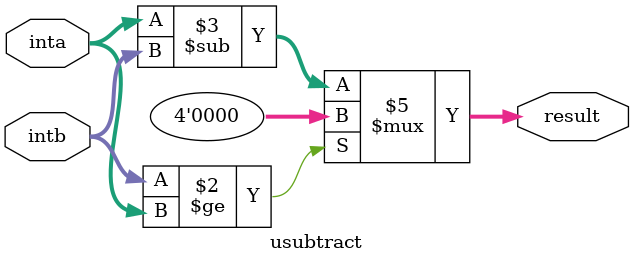
<source format=v>
/*
From: "shplatt" <bubba@bob.com>
Subject: Re: Need VHDL CODE
Date: 26 Jun 1997 06:20:51 GMT

Djavad Amiri <amiri@ascinc.com> wrote in article
<33B131C5.7E36@ascinc.com>...
> Hello
>   I am looking for a VHDL or Verilog source code for a divider. 
>   Please If you have someone send this to me.
> 
>  Thanks in advance.
> 

This is a very crude Verilog implementation I put together while I was
figuring out how to do it.  It has two modules - usubtract (unsigned
subtract) and divide (4-bit divider).  I'm sure there is some way to put
this in a 'for' loop construct to build the mux'es and adders.  I just
didn't have the time to figure it out.

Question to anyone:  Is there a Verilog syntax for an unsigned subtract? 
Couldn't seem to find it.  (Could just be blind --- or stupid.)  Anyway,
that's the reason for 'usubtract'

Be gentle.

--shplatt
*/

//*********
// divide
//*********

module divide ( inta,		// input	- 4 bit numerator
		intb,		// input	- 4 bit denominator
		result		// output	- 4 bit result
	      );

input	[3:0]	inta;
input	[3:0]	intb;
output	[3:0]	result;

reg	[3:0]	result;
reg	[3:0]	temp1;
reg	[3:0]	temp2;
reg	[3:0]	temp3;
wire	[3:0]	subresult1;
wire	[3:0]	subresult2;
wire	[3:0]	subresult3;

usubtract usubtract1 (.inta(inta), .intb(intb << 3), .result(subresult1));
usubtract usubtract2 (.inta(temp1), .intb(intb << 2), .result(subresult2));
usubtract usubtract3 (.inta(temp2), .intb(intb << 1), .result(subresult3));

always@(inta or intb or subresult1)
begin
  if (((intb << 3) <= inta) & (intb[3:1] == 3'b000))
    begin
      //#10 temp1 = inta - (intb << 3);	// This is where I attempted an
      temp1 = subresult1;			// unsigned subtract.
      result[3] = 1'b1;
    end
  else
    begin
      temp1 = inta;
      result[3] = 1'b0;
    end
end

always@(temp1 or intb or subresult2)
begin
  if (((intb << 2) <= temp1) & (intb[3:2] == 2'b00))
    begin
      //#10 temp2 = temp1 - (intb << 2);
      temp2 = subresult2;
      result[2] = 1'b1;
    end
  else
    begin
      temp2 = temp1;
      result[2] = 1'b0;
    end
end

always@(temp2 or intb or subresult3)
begin
  if (((intb << 1) <= temp2) & (intb[3] == 1'b0))
    begin
      //#10 temp3 = temp2 - (intb << 1);
      temp3 = subresult3;
      result[1] = 1'b1;
    end
  else
    begin
      temp3 = temp2;
      result[1] = 1'b0;
    end
end

always@(temp3 or intb)
begin
  if (intb  <= temp3)
    result[0] = 1'b1;
  else
    result[0] = 1'b0;
end
endmodule


//************
// usubtract 
//************

module usubtract ( inta,	// input	- 4 bit value
		   intb,	// input	- 4 bit value
		   result	// input	- 4 bit result
	         );

input	[3:0]	inta;
input	[3:0]	intb;
output	[3:0]	result;

reg	[3:0]	result;

always@(inta or intb)
begin
  if (intb >= inta)
    result = 4'b0000;
  else
    result = inta - intb;
end
endmodule

</source>
